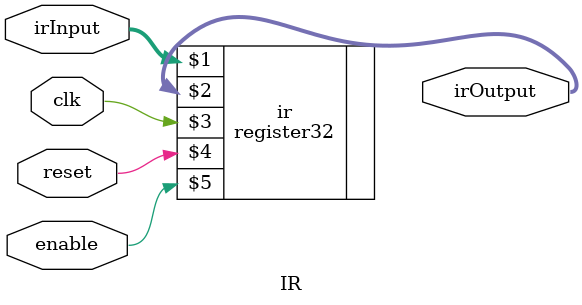
<source format=v>
module IR(irInput, irOutput, clk, enable, reset);

parameter WIDTH = 32;

	input wire [WIDTH-1:0] irInput;
	output reg [WIDTH-1:0] irOutput;
	input clk, enable, reset;

	


register32 ir(irInput, irOutput, clk, reset, enable);
		
endmodule
</source>
